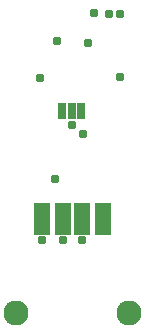
<source format=gbs>
G75*
%MOIN*%
%OFA0B0*%
%FSLAX25Y25*%
%IPPOS*%
%LPD*%
%AMOC8*
5,1,8,0,0,1.08239X$1,22.5*
%
%ADD10C,0.08374*%
%ADD11R,0.05500X0.10500*%
%ADD12R,0.03000X0.05500*%
%ADD13C,0.03078*%
D10*
X0165333Y0035008D03*
X0202833Y0035008D03*
D11*
X0194333Y0066433D03*
X0187333Y0066433D03*
X0180833Y0066433D03*
X0173833Y0066433D03*
D12*
X0180633Y0102433D03*
X0183833Y0102433D03*
X0187033Y0102433D03*
D13*
X0183833Y0097933D03*
X0187603Y0094703D03*
X0178333Y0079933D03*
X0180833Y0059433D03*
X0187333Y0059433D03*
X0173833Y0059433D03*
X0173333Y0113433D03*
X0189184Y0125083D03*
X0178833Y0125933D03*
X0191333Y0135300D03*
X0196343Y0134943D03*
X0199833Y0134933D03*
X0199833Y0113933D03*
M02*

</source>
